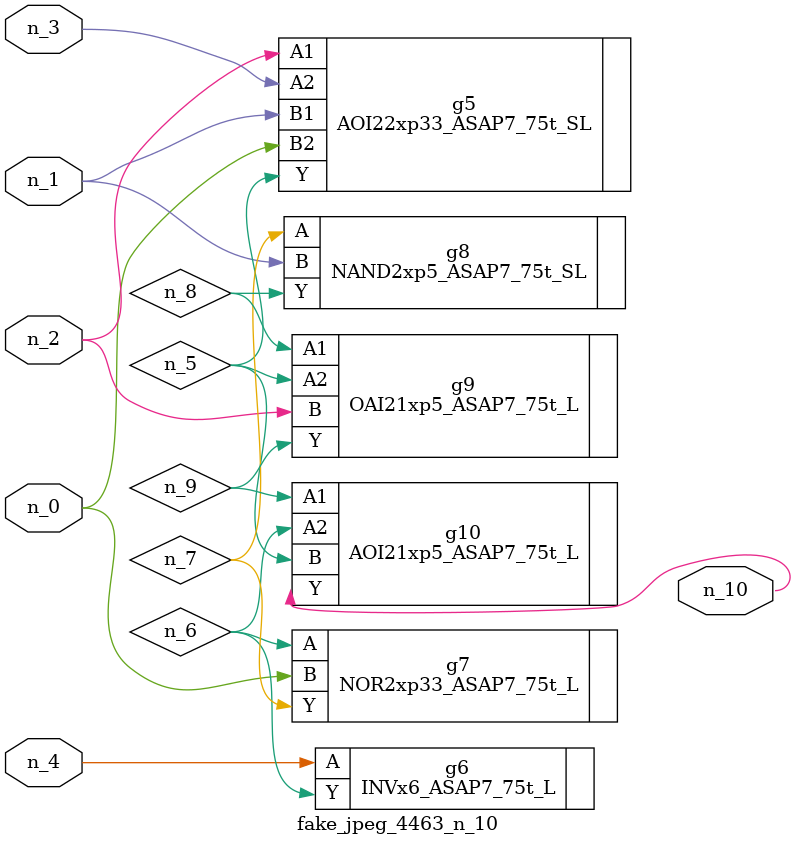
<source format=v>
module fake_jpeg_4463_n_10 (n_3, n_2, n_1, n_0, n_4, n_10);

input n_3;
input n_2;
input n_1;
input n_0;
input n_4;

output n_10;

wire n_8;
wire n_9;
wire n_6;
wire n_5;
wire n_7;

AOI22xp33_ASAP7_75t_SL g5 ( 
.A1(n_2),
.A2(n_3),
.B1(n_1),
.B2(n_0),
.Y(n_5)
);

INVx6_ASAP7_75t_L g6 ( 
.A(n_4),
.Y(n_6)
);

NOR2xp33_ASAP7_75t_L g7 ( 
.A(n_6),
.B(n_0),
.Y(n_7)
);

NAND2xp5_ASAP7_75t_SL g8 ( 
.A(n_7),
.B(n_1),
.Y(n_8)
);

OAI21xp5_ASAP7_75t_L g9 ( 
.A1(n_8),
.A2(n_5),
.B(n_2),
.Y(n_9)
);

AOI21xp5_ASAP7_75t_L g10 ( 
.A1(n_9),
.A2(n_6),
.B(n_5),
.Y(n_10)
);


endmodule
</source>
